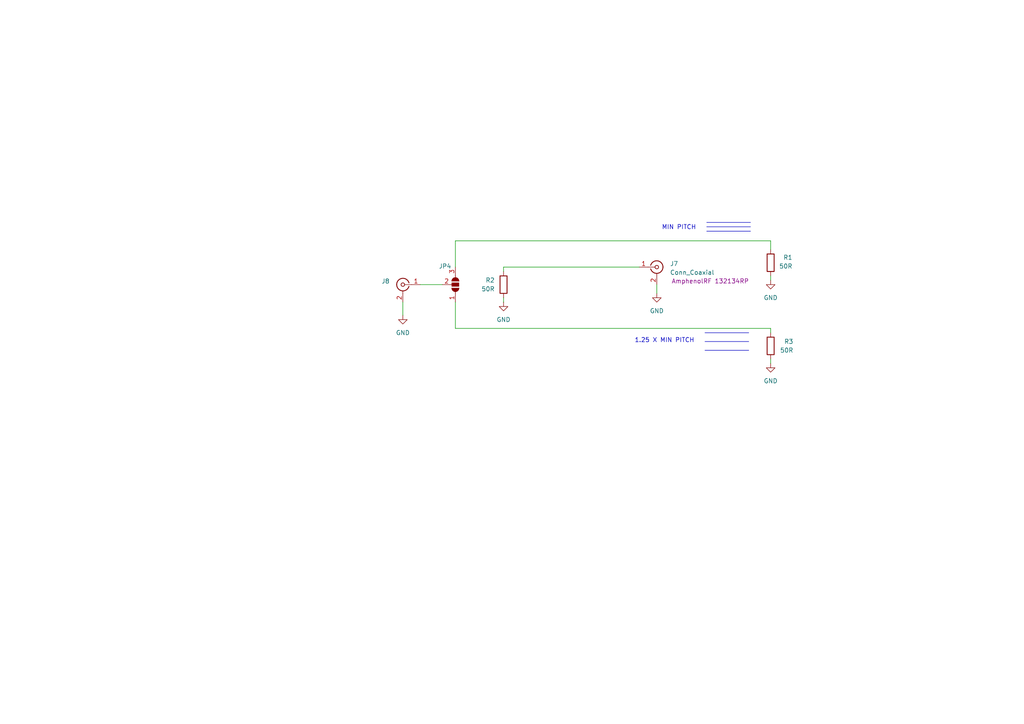
<source format=kicad_sch>
(kicad_sch (version 20250114) (generator "eeschema") (generator_version "9.0")
  (paper "A4")
  (title_block (title "\"Key\" - TL Characterization Test Board") (date "2026-01-27") (rev "A") (company "GHM") (comment 1 "Vendor: JLC PCB, $7") (comment 2 "Standard PCB process. No impedance control."))
  (lib_symbols
    (symbol "Connector:Conn_Coaxial" (pin_names (offset 1.016) (hide yes))
      (property "Reference" "J" (at 0.254 3.048 0))
      (property "Value" "Conn_Coaxial" (at 2.921 0 90))
      (symbol "Conn_Coaxial_0_1"
        (polyline (pts (xy -2.54 0) (xy -0.508 0)))
        (arc (start 1.778 0) (mid 0.222 -1.8079) (end -1.778 -0.508) (stroke (width 0.254)))
        (arc (start -1.778 0.508) (mid 0.2221 1.8084) (end 1.778 0) (stroke (width 0.254)))
        (circle (center 0 0) (radius 0.508) (stroke (width 0.2032)))
        (polyline (pts (xy 0 -2.54) (xy 0 -1.778)))
      )
      (symbol "Conn_Coaxial_1_1"
        (pin passive line (at -5.08 0 0) (length 2.54) (name "In") (number "1"))
        (pin passive line (at 0 -5.08 90) (length 2.54) (name "Ext") (number "2"))
      )
    )
    (symbol "Device:R" (pin_numbers (hide yes)) (pin_names (offset 0))
      (property "Reference" "R" (at 2.032 0 90))
      (property "Value" "R" (at 0 0 90))
      (symbol "R_0_1"
        (rectangle (start -1.016 -2.54) (end 1.016 2.54) (stroke (width 0.254)))
      )
      (symbol "R_1_1"
        (pin passive line (at 0 3.81 270) (length 1.27) (name "~") (number "1"))
        (pin passive line (at 0 -3.81 90) (length 1.27) (name "~") (number "2"))
      )
    )
    (symbol "Jumper:SolderJumper_3_Open" (pin_names (offset 0) (hide yes)) (exclude_from_sim yes) (in_bom no)
      (property "Reference" "JP" (at -2.54 -2.54 0))
      (property "Value" "SolderJumper_3_Open" (at 0 2.794 0))
      (symbol "SolderJumper_3_Open_0_1"
        (polyline (pts (xy -2.54 0) (xy -2.032 0)))
        (polyline (pts (xy -1.016 1.016) (xy -1.016 -1.016)))
        (arc (start -1.016 -1.016) (mid -2.0276 0) (end -1.016 1.016))
        (arc (start -1.016 -1.016) (mid -2.0276 0) (end -1.016 1.016) (fill (type outline)))
        (rectangle (start -0.508 1.016) (end 0.508 -1.016) (fill (type outline)))
        (polyline (pts (xy 0 -1.27) (xy 0 -1.016)))
        (arc (start 1.016 1.016) (mid 2.0276 0) (end 1.016 -1.016))
        (arc (start 1.016 1.016) (mid 2.0276 0) (end 1.016 -1.016) (fill (type outline)))
        (polyline (pts (xy 1.016 1.016) (xy 1.016 -1.016)))
        (polyline (pts (xy 2.54 0) (xy 2.032 0)))
      )
      (symbol "SolderJumper_3_Open_1_1"
        (pin passive line (at -5.08 0 0) (length 2.54) (name "A") (number "1"))
        (pin passive line (at 0 -3.81 90) (length 2.54) (name "C") (number "2"))
        (pin passive line (at 5.08 0 180) (length 2.54) (name "B") (number "3"))
      )
    )
    (symbol "power:GND" (power) (pin_numbers (hide yes)) (pin_names (offset 0) (hide yes))
      (property "Value" "GND" (at 0 -3.81 0))
      (symbol "GND_0_1"
        (polyline (pts (xy 0 0) (xy 0 -1.27) (xy 1.27 -1.27) (xy 0 -2.54) (xy -1.27 -1.27) (xy 0 -1.27)))
      )
      (symbol "GND_1_1"
        (pin power_in line (at 0 0 270) (length 0) (name "~") (number "1"))
      )
    )
  )
  (text "1.25 X MIN PITCH\n" (at 201.422 98.806 0) (effects (font (size 1.27 1.27)) (justify right)))
  (text "MIN PITCH\n" (at 201.93 66.04 0) (effects (font (size 1.27 1.27)) (justify right)))
  (wire (pts (xy 146.05 77.47) (xy 146.05 78.74)))
  (polyline (pts (xy 217.17 101.6) (xy 204.47 101.6)))
  (wire (pts (xy 132.08 87.63) (xy 132.08 95.25)))
  (wire (pts (xy 146.05 86.36) (xy 146.05 87.63)))
  (polyline (pts (xy 217.17 96.52) (xy 204.47 96.52)))
  (wire (pts (xy 223.52 69.85) (xy 132.08 69.85)))
  (polyline (pts (xy 217.678 67.056) (xy 204.978 67.056)))
  (polyline (pts (xy 217.678 65.786) (xy 204.978 65.786)))
  (wire (pts (xy 132.08 95.25) (xy 223.52 95.25)))
  (wire (pts (xy 223.52 80.01) (xy 223.52 81.28)))
  (wire (pts (xy 116.84 87.63) (xy 116.84 91.44)))
  (wire (pts (xy 132.08 69.85) (xy 132.08 77.47)))
  (wire (pts (xy 223.52 104.14) (xy 223.52 105.41)))
  (polyline (pts (xy 217.678 64.516) (xy 204.978 64.516)))
  (wire (pts (xy 185.42 77.47) (xy 146.05 77.47)))
  (polyline (pts (xy 217.17 99.06) (xy 204.47 99.06)))
  (wire (pts (xy 128.27 82.55) (xy 121.92 82.55)))
  (wire (pts (xy 223.52 95.25) (xy 223.52 96.52)))
  (wire (pts (xy 190.5 82.55) (xy 190.5 85.09)))
  (wire (pts (xy 223.52 69.85) (xy 223.52 72.39)))
  (symbol (lib_id "Connector:Conn_Coaxial") (at 190.5 77.47 0) (unit 1) (exclude_from_sim yes)
    (property "Reference" "J7" (at 194.31 76.4931 0) (effects (justify left)))
    (property "Value" "Conn_Coaxial" (at 194.31 79.0331 0) (effects (justify left)))
    (property "Footprint" "Library:SMA" (effects (hide yes)))
    (property "Datasheet" "https://www.digikey.com/en/products/detail/amphenol-rf/132134RP/1011908" (effects (hide yes)))
    (property "Description" "AmphenolRF 132134RP" (at 205.994 81.534 0))
  )
  (symbol (lib_id "Device:R") (at 223.52 76.2 0) (mirror y) (unit 1)
    (property "Reference" "R1" (at 229.87 74.676 0) (effects (justify left)))
    (property "Value" "50R" (at 229.87 77.216 0) (effects (justify left)))
    (property "Footprint" "Resistor_SMD:R_0603_1608Metric" (effects (hide yes)))
    (property "Description" "Resistor" (effects (hide yes)))
  )
  (symbol (lib_id "power:GND") (at 146.05 87.63 0) (mirror y) (unit 1)
    (property "Reference" "#PWR09" (effects (hide yes)))
    (property "Value" "GND" (at 146.05 92.71 0))
    (property "Description" "Power symbol creates a global label with name \"GND\" , ground" (effects (hide yes)))
  )
  (symbol (lib_id "Jumper:SolderJumper_3_Open") (at 132.08 82.55 270) (mirror x) (unit 1) (exclude_from_sim yes) (in_bom no)
    (property "Reference" "JP4" (at 127.254 77.216 90) (effects (justify left)))
    (property "Value" "SolderJumper_3_Open" (effects (hide yes)))
    (property "Footprint" "Jumper:SolderJumper-3_P1.3mm_Open_Pad1.0x1.5mm" (effects (hide yes)))
    (property "Description" "Solder Jumper, 3-pole, open" (effects (hide yes)))
  )
  (symbol (lib_id "Device:R") (at 146.05 82.55 0) (mirror y) (unit 1)
    (property "Reference" "R2" (at 143.51 81.2799 0) (effects (justify left)))
    (property "Value" "50R" (at 143.51 83.8199 0) (effects (justify left)))
    (property "Footprint" "Resistor_SMD:R_0603_1608Metric" (effects (hide yes)))
    (property "Description" "Resistor" (effects (hide yes)))
  )
  (symbol (lib_id "power:GND") (at 223.52 105.41 0) (mirror y) (unit 1)
    (property "Reference" "#PWR011" (effects (hide yes)))
    (property "Value" "GND" (at 223.52 110.49 0))
    (property "Description" "Power symbol creates a global label with name \"GND\" , ground" (effects (hide yes)))
  )
  (symbol (lib_id "Connector:Conn_Coaxial") (at 116.84 82.55 0) (mirror y) (unit 1) (exclude_from_sim yes)
    (property "Reference" "J8" (at 113.03 81.5731 0) (effects (justify left)))
    (property "Value" "Conn_Coaxial" (effects (hide yes)))
    (property "Footprint" "Library:SMA" (effects (hide yes)))
    (property "Datasheet" "https://www.digikey.com/en/products/detail/amphenol-rf/132134RP/1011908" (effects (hide yes)))
    (property "Description" "AmphenolRF 132134RP" (effects (hide yes)))
  )
  (symbol (lib_id "Device:R") (at 223.52 100.33 0) (mirror y) (unit 1)
    (property "Reference" "R3" (at 230.124 99.06 0) (effects (justify left)))
    (property "Value" "50R" (at 230.124 101.6 0) (effects (justify left)))
    (property "Footprint" "Resistor_SMD:R_0603_1608Metric" (effects (hide yes)))
    (property "Description" "Resistor" (effects (hide yes)))
  )
  (symbol (lib_id "power:GND") (at 190.5 85.09 0) (mirror y) (unit 1)
    (property "Reference" "#PWR08" (effects (hide yes)))
    (property "Value" "GND" (at 190.5 90.17 0))
    (property "Description" "Power symbol creates a global label with name \"GND\" , ground" (effects (hide yes)))
  )
  (symbol (lib_id "power:GND") (at 223.52 81.28 0) (mirror y) (unit 1)
    (property "Reference" "#PWR07" (effects (hide yes)))
    (property "Value" "GND" (at 223.52 86.36 0))
    (property "Description" "Power symbol creates a global label with name \"GND\" , ground" (effects (hide yes)))
  )
  (symbol (lib_id "power:GND") (at 116.84 91.44 0) (mirror y) (unit 1)
    (property "Reference" "#PWR010" (effects (hide yes)))
    (property "Value" "GND" (at 116.84 96.52 0))
    (property "Description" "Power symbol creates a global label with name \"GND\" , ground" (effects (hide yes)))
  )
)
</source>
